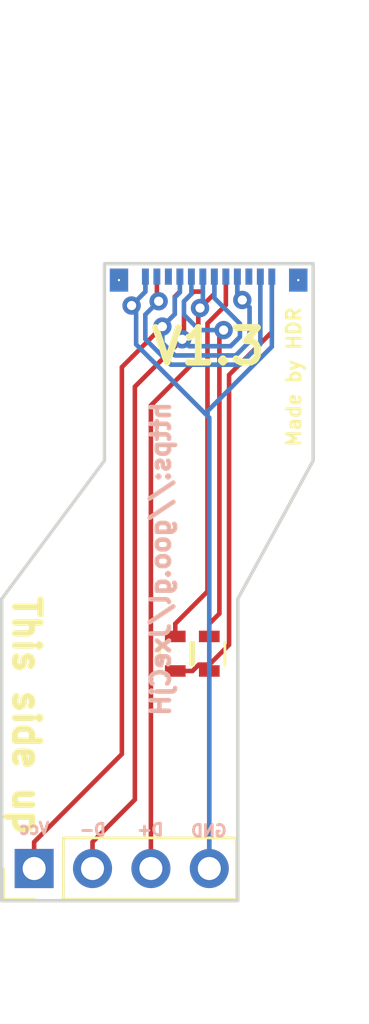
<source format=kicad_pcb>
(kicad_pcb (version 20171130) (host pcbnew "(5.0.0)")

  (general
    (thickness 1.6)
    (drawings 17)
    (tracks 103)
    (zones 0)
    (modules 4)
    (nets 8)
  )

  (page A4)
  (layers
    (0 F.Cu signal)
    (31 B.Cu signal)
    (32 B.Adhes user)
    (33 F.Adhes user)
    (34 B.Paste user)
    (35 F.Paste user)
    (36 B.SilkS user)
    (37 F.SilkS user)
    (38 B.Mask user)
    (39 F.Mask user)
    (40 Dwgs.User user)
    (41 Cmts.User user)
    (42 Eco1.User user)
    (43 Eco2.User user)
    (44 Edge.Cuts user)
    (45 Margin user)
    (46 B.CrtYd user)
    (47 F.CrtYd user)
    (48 B.Fab user)
    (49 F.Fab user)
  )

  (setup
    (last_trace_width 0.2)
    (trace_clearance 0.2)
    (zone_clearance 0.508)
    (zone_45_only no)
    (trace_min 0.2)
    (segment_width 0.01)
    (edge_width 0.15)
    (via_size 0.8)
    (via_drill 0.4)
    (via_min_size 0.4)
    (via_min_drill 0.3)
    (uvia_size 0.3)
    (uvia_drill 0.1)
    (uvias_allowed no)
    (uvia_min_size 0.2)
    (uvia_min_drill 0.1)
    (pcb_text_width 0.3)
    (pcb_text_size 1.5 1.5)
    (mod_edge_width 0.15)
    (mod_text_size 1 1)
    (mod_text_width 0.15)
    (pad_size 1.524 1.524)
    (pad_drill 0.762)
    (pad_to_mask_clearance 0.2)
    (aux_axis_origin 0 0)
    (visible_elements 7FFFFFFF)
    (pcbplotparams
      (layerselection 0x010fc_ffffffff)
      (usegerberextensions false)
      (usegerberattributes false)
      (usegerberadvancedattributes false)
      (creategerberjobfile false)
      (excludeedgelayer true)
      (linewidth 0.100000)
      (plotframeref false)
      (viasonmask false)
      (mode 1)
      (useauxorigin false)
      (hpglpennumber 1)
      (hpglpenspeed 20)
      (hpglpendiameter 15.000000)
      (psnegative false)
      (psa4output false)
      (plotreference true)
      (plotvalue true)
      (plotinvisibletext false)
      (padsonsilk false)
      (subtractmaskfromsilk false)
      (outputformat 1)
      (mirror false)
      (drillshape 0)
      (scaleselection 1)
      (outputdirectory "gerbers/"))
  )

  (net 0 "")
  (net 1 "Net-(J1-PadA1)")
  (net 2 "Net-(J1-PadA6)")
  (net 3 "Net-(J1-PadA7)")
  (net 4 "Net-(J1-PadA4)")
  (net 5 "Net-(J1-PadA5)")
  (net 6 "Net-(J1-PadB5)")
  (net 7 "Net-(J1-PadA11)")

  (net_class Default "This is the default net class."
    (clearance 0.2)
    (trace_width 0.2)
    (via_dia 0.8)
    (via_drill 0.4)
    (uvia_dia 0.3)
    (uvia_drill 0.1)
    (add_net "Net-(J1-PadA1)")
    (add_net "Net-(J1-PadA11)")
    (add_net "Net-(J1-PadA4)")
    (add_net "Net-(J1-PadA5)")
    (add_net "Net-(J1-PadA6)")
    (add_net "Net-(J1-PadA7)")
    (add_net "Net-(J1-PadB5)")
  )

  (module Custom:Pin_Header_Straight_1x04_Pitch2.54mm (layer F.Cu) (tedit 5C02FEA2) (tstamp 5BCEF489)
    (at 95.1484 124.06 90)
    (descr "Through hole straight pin header, 1x05, 2.54mm pitch, single row")
    (tags "Through hole pin header THT 1x05 2.54mm single row")
    (path /5BC91A58)
    (fp_text reference U2 (at 0 -2.33 90) (layer F.SilkS) hide
      (effects (font (size 1 1) (thickness 0.15)))
    )
    (fp_text value Conn_01x05_Male (at 0 12.49 90) (layer F.Fab)
      (effects (font (size 1 1) (thickness 0.15)))
    )
    (fp_line (start -0.635 -1.27) (end 1.27 -1.27) (layer F.Fab) (width 0.1))
    (fp_line (start 1.27 -1.27) (end 1.27 8.712232) (layer F.Fab) (width 0.1))
    (fp_line (start 1.27 8.7376) (end -1.27 8.7376) (layer F.Fab) (width 0.1))
    (fp_line (start -1.27 8.7122) (end -1.27 -0.635) (layer F.Fab) (width 0.1))
    (fp_line (start -1.27 -0.635) (end -0.635 -1.27) (layer F.Fab) (width 0.1))
    (fp_line (start -1.33 8.7976) (end 1.33 8.7976) (layer F.SilkS) (width 0.12))
    (fp_line (start -1.33 1.27) (end -1.33 8.788405) (layer F.SilkS) (width 0.12))
    (fp_line (start 1.33 1.27) (end 1.33 8.788405) (layer F.SilkS) (width 0.12))
    (fp_line (start -1.33 1.27) (end 1.33 1.27) (layer F.SilkS) (width 0.12))
    (fp_line (start -1.33 0) (end -1.33 -1.33) (layer F.SilkS) (width 0.12))
    (fp_line (start -1.33 -1.33) (end 0 -1.33) (layer F.SilkS) (width 0.12))
    (fp_line (start -1.8 11.95) (end 1.8 11.95) (layer F.CrtYd) (width 0.05))
    (fp_text user %R (at 0 5.08 180) (layer F.Fab)
      (effects (font (size 1 1) (thickness 0.15)))
    )
    (pad 1 thru_hole rect (at 0 0 90) (size 1.7 1.7) (drill 1) (layers *.Cu *.Mask)
      (net 4 "Net-(J1-PadA4)"))
    (pad 2 thru_hole oval (at 0 2.54 90) (size 1.7 1.7) (drill 1) (layers *.Cu *.Mask)
      (net 3 "Net-(J1-PadA7)"))
    (pad 3 thru_hole oval (at 0 5.08 90) (size 1.7 1.7) (drill 1) (layers *.Cu *.Mask)
      (net 2 "Net-(J1-PadA6)"))
    (pad 4 thru_hole oval (at 0 7.62 90) (size 1.7 1.7) (drill 1) (layers *.Cu *.Mask)
      (net 1 "Net-(J1-PadA1)"))
    (model ${KISYS3DMOD}/Pin_Headers.3dshapes/Pin_Header_Straight_1x05_Pitch2.54mm.wrl
      (at (xyz 0 0 0))
      (scale (xyz 1 1 1))
      (rotate (xyz 0 0 0))
    )
  )

  (module Custom:USB_C_AliExpress (layer F.Cu) (tedit 5BE0F6AB) (tstamp 5BCEF470)
    (at 102.74 93.3466 180)
    (descr "USB TYPE C, RA RCPT PCB, SMT, https://www.amphenolcanada.com/StockAvailabilityPrice.aspx?From=&PartNum=12401610E4%7e2A")
    (tags "USB C Type-C Receptacle SMD")
    (path /5BC9196A)
    (autoplace_cost90 2)
    (attr smd)
    (fp_text reference U1 (at 0 -6.36 180) (layer F.SilkS) hide
      (effects (font (size 1 1) (thickness 0.15)))
    )
    (fp_text value USB_C_Receptacle (at 0 6.14 180) (layer F.Fab)
      (effects (font (size 1 1) (thickness 0.15)))
    )
    (fp_line (start -3.9 5.83) (end 3.9 5.83) (layer F.Fab) (width 0.01))
    (fp_line (start 3.9 -4.65) (end 3.9 5.83) (layer F.Fab) (width 0.01))
    (fp_line (start -3.9 -4.65) (end -3.9 5.830001) (layer F.Fab) (width 0.01))
    (pad "" np_thru_hole rect (at 3.9 -5.17144 180) (size 0.8 1) (drill 0.1) (layers *.Cu *.Mask))
    (pad A10 smd rect (at 1.7507 -5.02 180) (size 0.3 0.7) (layers F.Cu F.Paste F.Mask))
    (pad A9 smd rect (at 1.2507 -5.02 180) (size 0.3 0.7) (layers F.Cu F.Paste F.Mask)
      (net 4 "Net-(J1-PadA4)"))
    (pad A11 smd rect (at 2.2507 -5.02 180) (size 0.3 0.7) (layers F.Cu F.Paste F.Mask)
      (net 7 "Net-(J1-PadA11)"))
    (pad A5 smd rect (at -0.7493 -5.02 180) (size 0.3 0.7) (layers F.Cu F.Paste F.Mask)
      (net 5 "Net-(J1-PadA5)"))
    (pad A3 smd rect (at -1.7493 -5.02 180) (size 0.3 0.7) (layers F.Cu F.Paste F.Mask))
    (pad B5 smd rect (at 0.7507 -5.02 180) (size 0.3 0.7) (layers B.Cu B.Paste B.Mask)
      (net 6 "Net-(J1-PadB5)"))
    (pad B6 smd rect (at 0.2507 -5.02 180) (size 0.3 0.7) (layers B.Cu B.Paste B.Mask)
      (net 2 "Net-(J1-PadA6)"))
    (pad A4 smd rect (at -1.2493 -5.02 180) (size 0.3 0.7) (layers F.Cu F.Paste F.Mask)
      (net 4 "Net-(J1-PadA4)"))
    (pad A2 smd rect (at -2.2493 -5.02 180) (size 0.3 0.7) (layers F.Cu F.Paste F.Mask))
    (pad A6 smd rect (at -0.2493 -5.02 180) (size 0.3 0.7) (layers F.Cu F.Paste F.Mask)
      (net 2 "Net-(J1-PadA6)"))
    (pad A1 smd rect (at -2.7493 -5.02 180) (size 0.3 0.7) (layers F.Cu F.Paste F.Mask)
      (net 1 "Net-(J1-PadA1)"))
    (pad A12 smd rect (at 2.7507 -5.02 180) (size 0.3 0.7) (layers F.Cu F.Paste F.Mask)
      (net 1 "Net-(J1-PadA1)"))
    (pad B12 smd rect (at -2.7493 -5.02 180) (size 0.3 0.7) (layers B.Cu B.Paste B.Mask)
      (net 1 "Net-(J1-PadA1)"))
    (pad A11 smd rect (at -2.2493 -5.02 180) (size 0.3 0.7) (layers B.Cu B.Paste B.Mask)
      (net 7 "Net-(J1-PadA11)"))
    (pad B10 smd rect (at -1.7493 -5.02 180) (size 0.3 0.7) (layers B.Cu B.Paste B.Mask))
    (pad B9 smd rect (at -1.2493 -5.02 180) (size 0.3 0.7) (layers B.Cu B.Paste B.Mask)
      (net 4 "Net-(J1-PadA4)"))
    (pad B8 smd rect (at -0.7493 -5.02 180) (size 0.3 0.7) (layers B.Cu B.Paste B.Mask))
    (pad B7 smd rect (at -0.2493 -5.02 180) (size 0.3 0.7) (layers B.Cu B.Paste B.Mask)
      (net 3 "Net-(J1-PadA7)"))
    (pad A7 smd rect (at 0.2507 -5.02 180) (size 0.3 0.7) (layers F.Cu F.Paste F.Mask)
      (net 3 "Net-(J1-PadA7)"))
    (pad B1 smd rect (at 2.7507 -5.02 180) (size 0.3 0.7) (layers B.Cu B.Paste B.Mask)
      (net 1 "Net-(J1-PadA1)"))
    (pad B3 smd rect (at 1.7507 -5.02 180) (size 0.3 0.7) (layers B.Cu B.Paste B.Mask))
    (pad B4 smd rect (at 1.2507 -5.02 180) (size 0.3 0.7) (layers B.Cu B.Paste B.Mask)
      (net 4 "Net-(J1-PadA4)"))
    (pad A8 smd rect (at 0.7507 -5.02 180) (size 0.3 0.7) (layers F.Cu F.Paste F.Mask))
    (pad B2 smd rect (at 2.2507 -5.02 180) (size 0.3 0.7) (layers B.Cu B.Paste B.Mask))
    (pad "" np_thru_hole rect (at -3.8989 -5.17144 180) (size 0.8 1) (drill 0.1) (layers *.Cu *.Mask))
    (model ${KISYS3DMOD}/Connectors_USB.3dshapes/USB_C_Receptacle_Amphenol_12401610E4-2A.wrl
      (at (xyz 0 0 0))
      (scale (xyz 1 1 1))
      (rotate (xyz 0 0 0))
    )
  )

  (module Resistors_SMD:R_0603 (layer F.Cu) (tedit 5BE0F6D3) (tstamp 5BCEF49A)
    (at 101.288 114.735 90)
    (descr "Resistor SMD 0603, reflow soldering, Vishay (see dcrcw.pdf)")
    (tags "resistor 0603")
    (path /5BCEF1B3)
    (attr smd)
    (fp_text reference R2 (at 0 -1.45 90) (layer F.SilkS) hide
      (effects (font (size 1 1) (thickness 0.15)))
    )
    (fp_text value 5.1K (at 0 1.5 90) (layer F.Fab)
      (effects (font (size 1 1) (thickness 0.15)))
    )
    (fp_line (start 1.25 0.7) (end -1.25 0.7) (layer F.CrtYd) (width 0.05))
    (fp_line (start 1.25 0.7) (end 1.25 -0.7) (layer F.CrtYd) (width 0.05))
    (fp_line (start -1.25 -0.7) (end -1.25 0.7) (layer F.CrtYd) (width 0.05))
    (fp_line (start -1.25 -0.7) (end 1.25 -0.7) (layer F.CrtYd) (width 0.05))
    (fp_line (start -0.5 -0.68) (end 0.5 -0.68) (layer F.SilkS) (width 0.12))
    (fp_line (start 0.5 0.68) (end -0.5 0.68) (layer F.SilkS) (width 0.12))
    (fp_line (start -0.8 -0.4) (end 0.8 -0.4) (layer F.Fab) (width 0.1))
    (fp_line (start 0.8 -0.4) (end 0.8 0.4) (layer F.Fab) (width 0.1))
    (fp_line (start 0.8 0.4) (end -0.8 0.4) (layer F.Fab) (width 0.1))
    (fp_line (start -0.8 0.4) (end -0.8 -0.4) (layer F.Fab) (width 0.1))
    (fp_text user %R (at 0 0 90) (layer F.Fab)
      (effects (font (size 0.4 0.4) (thickness 0.075)))
    )
    (pad 2 smd rect (at 0.75 0 90) (size 0.5 0.9) (layers F.Cu F.Paste F.Mask)
      (net 5 "Net-(J1-PadA5)"))
    (pad 1 smd rect (at -0.75 0 90) (size 0.5 0.9) (layers F.Cu F.Paste F.Mask)
      (net 1 "Net-(J1-PadA1)"))
    (model ${KISYS3DMOD}/Resistors_SMD.3dshapes/R_0603.wrl
      (at (xyz 0 0 0))
      (scale (xyz 1 1 1))
      (rotate (xyz 0 0 0))
    )
  )

  (module Resistors_SMD:R_0603 (layer F.Cu) (tedit 5BE0F6CC) (tstamp 5BCEF4AB)
    (at 102.768 114.735 90)
    (descr "Resistor SMD 0603, reflow soldering, Vishay (see dcrcw.pdf)")
    (tags "resistor 0603")
    (path /5BCEF288)
    (attr smd)
    (fp_text reference R1 (at -0.00442 1.3212 90) (layer F.SilkS) hide
      (effects (font (size 1 1) (thickness 0.15)))
    )
    (fp_text value 5.1K (at 0 1.5 90) (layer F.Fab)
      (effects (font (size 1 1) (thickness 0.15)))
    )
    (fp_text user %R (at 0 0 90) (layer F.Fab)
      (effects (font (size 0.4 0.4) (thickness 0.075)))
    )
    (fp_line (start -0.8 0.4) (end -0.8 -0.4) (layer F.Fab) (width 0.1))
    (fp_line (start 0.8 0.4) (end -0.8 0.4) (layer F.Fab) (width 0.1))
    (fp_line (start 0.8 -0.4) (end 0.8 0.4) (layer F.Fab) (width 0.1))
    (fp_line (start -0.8 -0.4) (end 0.8 -0.4) (layer F.Fab) (width 0.1))
    (fp_line (start 0.5 0.68) (end -0.5 0.68) (layer F.SilkS) (width 0.12))
    (fp_line (start -0.5 -0.68) (end 0.5 -0.68) (layer F.SilkS) (width 0.12))
    (fp_line (start -1.25 -0.7) (end 1.25 -0.7) (layer F.CrtYd) (width 0.05))
    (fp_line (start -1.25 -0.7) (end -1.25 0.7) (layer F.CrtYd) (width 0.05))
    (fp_line (start 1.25 0.7) (end 1.25 -0.7) (layer F.CrtYd) (width 0.05))
    (fp_line (start 1.25 0.7) (end -1.25 0.7) (layer F.CrtYd) (width 0.05))
    (pad 1 smd rect (at -0.75 0 90) (size 0.5 0.9) (layers F.Cu F.Paste F.Mask)
      (net 1 "Net-(J1-PadA1)"))
    (pad 2 smd rect (at 0.75 0 90) (size 0.5 0.9) (layers F.Cu F.Paste F.Mask)
      (net 6 "Net-(J1-PadB5)"))
    (model ${KISYS3DMOD}/Resistors_SMD.3dshapes/R_0603.wrl
      (at (xyz 0 0 0))
      (scale (xyz 1 1 1))
      (rotate (xyz 0 0 0))
    )
  )

  (gr_line (start 98.20642 106.35436) (end 93.7387 112.35436) (layer Edge.Cuts) (width 0.15))
  (gr_line (start 104.008336 112.35436) (end 107.28692 106.35436) (layer Edge.Cuts) (width 0.15))
  (gr_line (start 104.008336 125.45568) (end 104.008336 112.35436) (layer Edge.Cuts) (width 0.15))
  (gr_line (start 93.7387 125.45568) (end 93.7387 112.35436) (layer Edge.Cuts) (width 0.15))
  (gr_line (start 103.9 87.25) (end 103.89 87.24) (layer F.SilkS) (width 0.01))
  (gr_text https://goo.gl/JxeCjH (at 100.65512 110.62208 90) (layer B.SilkS)
    (effects (font (size 0.8 0.8) (thickness 0.2)) (justify mirror))
  )
  (gr_text GND (at 102.75 122.425) (layer B.SilkS)
    (effects (font (size 0.5 0.5) (thickness 0.125)) (justify mirror))
  )
  (gr_text D+ (at 100.2 122.375) (layer B.SilkS)
    (effects (font (size 0.5 0.5) (thickness 0.125)) (justify mirror))
  )
  (gr_text D- (at 97.7 122.375) (layer B.SilkS)
    (effects (font (size 0.5 0.5) (thickness 0.125)) (justify mirror))
  )
  (gr_text Vcc (at 95.15 122.325) (layer B.SilkS)
    (effects (font (size 0.5 0.5) (thickness 0.125)) (justify mirror))
  )
  (gr_text "Made by HDR" (at 106.44632 102.7176 90) (layer F.SilkS)
    (effects (font (size 0.6 0.6) (thickness 0.125)))
  )
  (gr_text V1.3 (at 102.7176 101.3968) (layer F.SilkS)
    (effects (font (size 1.5 1.5) (thickness 0.3)))
  )
  (gr_text "This side up" (at 94.8182 117.41404 270) (layer F.SilkS)
    (effects (font (size 1.1 1.1) (thickness 0.275)))
  )
  (gr_line (start 104.008336 125.4567) (end 93.7387 125.4567) (layer Edge.Cuts) (width 0.15))
  (gr_line (start 98.20642 97.8035) (end 98.20642 106.35436) (layer Edge.Cuts) (width 0.15))
  (gr_line (start 107.28692 97.8035) (end 98.20642 97.8035) (layer Edge.Cuts) (width 0.15))
  (gr_line (start 107.28692 97.805235) (end 107.28692 106.35436) (layer Edge.Cuts) (width 0.15))

  (segment (start 99.9893 98.3666) (end 99.9893 99.0169) (width 0.2) (layer B.Cu) (net 1))
  (segment (start 99.5854 99.6213) (end 99.5854 99.4208) (width 0.2) (layer B.Cu) (net 1))
  (segment (start 99.5854 99.4208) (end 99.9893 99.0169) (width 0.2) (layer B.Cu) (net 1))
  (segment (start 102.587 104.3104) (end 99.5854 101.3089) (width 0.2) (layer B.Cu) (net 1))
  (segment (start 99.5854 101.3089) (end 99.5854 99.6213) (width 0.2) (layer B.Cu) (net 1))
  (segment (start 99.5854 99.6213) (end 99.3884 99.6213) (width 0.2) (layer B.Cu) (net 1))
  (segment (start 99.3884 99.6213) (end 99.9893 99.0204) (width 0.2) (layer F.Cu) (net 1))
  (segment (start 99.9893 99.0204) (end 99.9893 98.3666) (width 0.2) (layer F.Cu) (net 1))
  (segment (start 102.7684 122.9097) (end 102.7684 104.492) (width 0.2) (layer B.Cu) (net 1))
  (segment (start 102.7684 104.492) (end 102.6777 104.4013) (width 0.2) (layer B.Cu) (net 1))
  (segment (start 102.6777 104.4013) (end 102.6777 104.4012) (width 0.2) (layer B.Cu) (net 1))
  (segment (start 102.6777 104.4012) (end 102.587 104.3104) (width 0.2) (layer B.Cu) (net 1))
  (segment (start 102.587 104.3104) (end 105.4893 101.4081) (width 0.2) (layer B.Cu) (net 1))
  (segment (start 105.4893 101.4081) (end 105.4893 98.3666) (width 0.2) (layer B.Cu) (net 1))
  (segment (start 102.7684 124.06) (end 102.7684 122.9097) (width 0.2) (layer B.Cu) (net 1))
  (segment (start 102.768 115.2098) (end 103.6288 114.349) (width 0.2) (layer F.Cu) (net 1))
  (segment (start 103.6288 114.349) (end 103.6288 102.6336) (width 0.2) (layer F.Cu) (net 1))
  (segment (start 103.6288 102.6336) (end 105.4893 100.7731) (width 0.2) (layer F.Cu) (net 1))
  (segment (start 105.4893 100.7731) (end 105.4893 98.3666) (width 0.2) (layer F.Cu) (net 1))
  (segment (start 102.768 115.2098) (end 102.3135 115.2098) (width 0.2) (layer F.Cu) (net 1))
  (segment (start 102.3135 115.2098) (end 102.0383 115.485) (width 0.2) (layer F.Cu) (net 1))
  (segment (start 101.288 115.485) (end 102.0383 115.485) (width 0.2) (layer F.Cu) (net 1))
  (segment (start 102.768 115.485) (end 102.768 115.2098) (width 0.2) (layer F.Cu) (net 1))
  (segment (start 102.768 115.485) (end 102.768 122.9093) (width 0.2) (layer F.Cu) (net 1))
  (segment (start 102.768 122.9093) (end 102.7684 122.9097) (width 0.2) (layer F.Cu) (net 1))
  (segment (start 102.7684 124.06) (end 102.7684 122.9097) (width 0.2) (layer F.Cu) (net 1))
  (via (at 99.3884 99.6213) (size 0.8) (layers F.Cu B.Cu) (net 1))
  (segment (start 102.3662 99.7304) (end 102.2897 99.8069) (width 0.2) (layer F.Cu) (net 2))
  (segment (start 102.2897 99.8069) (end 102.2897 101.8951) (width 0.2) (layer F.Cu) (net 2))
  (segment (start 102.2897 101.8951) (end 100.2284 103.9564) (width 0.2) (layer F.Cu) (net 2))
  (segment (start 100.2284 103.9564) (end 100.2284 124.06) (width 0.2) (layer F.Cu) (net 2))
  (segment (start 102.9893 98.3666) (end 102.9893 99.1073) (width 0.2) (layer F.Cu) (net 2))
  (segment (start 102.9893 99.1073) (end 102.3662 99.7304) (width 0.2) (layer F.Cu) (net 2))
  (segment (start 102.4893 98.3666) (end 102.4893 99.6073) (width 0.2) (layer B.Cu) (net 2))
  (segment (start 102.4893 99.6073) (end 102.3662 99.7304) (width 0.2) (layer B.Cu) (net 2))
  (via (at 102.3662 99.7304) (size 0.8) (layers F.Cu B.Cu) (net 2))
  (segment (start 101.5893 101.0874) (end 99.5311 103.1456) (width 0.2) (layer F.Cu) (net 3))
  (segment (start 99.5311 103.1456) (end 99.5311 121.067) (width 0.2) (layer F.Cu) (net 3))
  (segment (start 99.5311 121.067) (end 97.6884 122.9097) (width 0.2) (layer F.Cu) (net 3))
  (segment (start 102.4893 99.0169) (end 102.0894 99.0169) (width 0.2) (layer F.Cu) (net 3))
  (segment (start 102.0894 99.0169) (end 101.6659 99.4404) (width 0.2) (layer F.Cu) (net 3))
  (segment (start 101.6659 99.4404) (end 101.6659 101.0108) (width 0.2) (layer F.Cu) (net 3))
  (segment (start 101.6659 101.0108) (end 101.5893 101.0874) (width 0.2) (layer F.Cu) (net 3))
  (segment (start 102.9893 99.0169) (end 102.9893 99.2957) (width 0.2) (layer B.Cu) (net 3))
  (segment (start 102.9893 99.2957) (end 104.1013 100.4077) (width 0.2) (layer B.Cu) (net 3))
  (segment (start 104.1013 100.4077) (end 104.1013 100.9808) (width 0.2) (layer B.Cu) (net 3))
  (segment (start 104.1013 100.9808) (end 103.6946 101.3875) (width 0.2) (layer B.Cu) (net 3))
  (segment (start 103.6946 101.3875) (end 101.8894 101.3875) (width 0.2) (layer B.Cu) (net 3))
  (segment (start 101.8894 101.3875) (end 101.5893 101.0874) (width 0.2) (layer B.Cu) (net 3))
  (segment (start 102.9893 98.3666) (end 102.9893 99.0169) (width 0.2) (layer B.Cu) (net 3))
  (segment (start 102.4893 98.3666) (end 102.4893 99.0169) (width 0.2) (layer F.Cu) (net 3))
  (segment (start 97.6884 124.06) (end 97.6884 122.9097) (width 0.2) (layer F.Cu) (net 3))
  (via (at 101.5893 101.0874) (size 0.8) (layers F.Cu B.Cu) (net 3))
  (segment (start 103.9893 98.3666) (end 103.9893 99.165) (width 0.2) (layer F.Cu) (net 4))
  (segment (start 103.9893 99.165) (end 104.2045 99.3802) (width 0.2) (layer F.Cu) (net 4))
  (segment (start 104.2045 99.3802) (end 103.9893 99.165) (width 0.2) (layer B.Cu) (net 4))
  (segment (start 103.9893 99.165) (end 103.9893 98.3666) (width 0.2) (layer B.Cu) (net 4))
  (segment (start 100.726 100.536) (end 100.726 101.2388) (width 0.2) (layer B.Cu) (net 4))
  (segment (start 100.726 101.2388) (end 101.275 101.7878) (width 0.2) (layer B.Cu) (net 4))
  (segment (start 101.275 101.7878) (end 103.9189 101.7878) (width 0.2) (layer B.Cu) (net 4))
  (segment (start 103.9189 101.7878) (end 104.5201 101.1866) (width 0.2) (layer B.Cu) (net 4))
  (segment (start 104.5201 101.1866) (end 104.5201 99.6958) (width 0.2) (layer B.Cu) (net 4))
  (segment (start 104.5201 99.6958) (end 104.2045 99.3802) (width 0.2) (layer B.Cu) (net 4))
  (segment (start 101.4893 98.3666) (end 101.4893 99.0509) (width 0.2) (layer B.Cu) (net 4))
  (segment (start 101.4893 99.0509) (end 101.2656 99.2746) (width 0.2) (layer B.Cu) (net 4))
  (segment (start 101.2656 99.2746) (end 101.2656 99.9964) (width 0.2) (layer B.Cu) (net 4))
  (segment (start 101.2656 99.9964) (end 100.726 100.536) (width 0.2) (layer B.Cu) (net 4))
  (segment (start 101.4893 99.0169) (end 101.2656 99.2406) (width 0.2) (layer F.Cu) (net 4))
  (segment (start 101.2656 99.2406) (end 101.2656 99.9964) (width 0.2) (layer F.Cu) (net 4))
  (segment (start 101.2656 99.9964) (end 100.726 100.536) (width 0.2) (layer F.Cu) (net 4))
  (segment (start 100.726 100.536) (end 98.9654 102.2966) (width 0.2) (layer F.Cu) (net 4))
  (segment (start 98.9654 102.2966) (end 98.9654 119.0927) (width 0.2) (layer F.Cu) (net 4))
  (segment (start 98.9654 119.0927) (end 95.1484 122.9097) (width 0.2) (layer F.Cu) (net 4))
  (segment (start 101.4893 98.3666) (end 101.4893 99.0169) (width 0.2) (layer F.Cu) (net 4))
  (segment (start 95.1484 124.06) (end 95.1484 122.9097) (width 0.2) (layer F.Cu) (net 4))
  (via (at 104.2045 99.3802) (size 0.8) (layers F.Cu B.Cu) (net 4))
  (via (at 100.726 100.536) (size 0.8) (layers F.Cu B.Cu) (net 4))
  (segment (start 103.4893 98.3666) (end 103.4893 99.5978) (width 0.2) (layer F.Cu) (net 5))
  (segment (start 103.4893 99.5978) (end 102.69 100.3971) (width 0.2) (layer F.Cu) (net 5))
  (segment (start 102.69 100.3971) (end 102.69 112.0327) (width 0.2) (layer F.Cu) (net 5))
  (segment (start 102.69 112.0327) (end 101.288 113.4347) (width 0.2) (layer F.Cu) (net 5))
  (segment (start 101.288 113.985) (end 101.288 113.4347) (width 0.2) (layer F.Cu) (net 5))
  (segment (start 102.768 113.4347) (end 103.2075 112.9952) (width 0.2) (layer F.Cu) (net 6))
  (segment (start 103.2075 112.9952) (end 103.2075 100.8699) (width 0.2) (layer F.Cu) (net 6))
  (segment (start 103.2075 100.8699) (end 103.3903 100.6871) (width 0.2) (layer F.Cu) (net 6))
  (segment (start 101.9893 99.0169) (end 101.9893 99.117) (width 0.2) (layer B.Cu) (net 6))
  (segment (start 101.9893 99.117) (end 101.6659 99.4404) (width 0.2) (layer B.Cu) (net 6))
  (segment (start 101.6659 99.4404) (end 101.6659 100.0204) (width 0.2) (layer B.Cu) (net 6))
  (segment (start 101.6659 100.0204) (end 102.3326 100.6871) (width 0.2) (layer B.Cu) (net 6))
  (segment (start 102.3326 100.6871) (end 103.3903 100.6871) (width 0.2) (layer B.Cu) (net 6))
  (segment (start 101.9893 98.3666) (end 101.9893 99.0169) (width 0.2) (layer B.Cu) (net 6))
  (segment (start 102.768 113.985) (end 102.768 113.4347) (width 0.2) (layer F.Cu) (net 6))
  (via (at 103.3903 100.6871) (size 0.8) (layers F.Cu B.Cu) (net 6))
  (segment (start 100.5652 99.435) (end 99.9858 100.0144) (width 0.2) (layer B.Cu) (net 7))
  (segment (start 99.9858 100.0144) (end 99.9858 101.0789) (width 0.2) (layer B.Cu) (net 7))
  (segment (start 99.9858 101.0789) (end 101.0951 102.1882) (width 0.2) (layer B.Cu) (net 7))
  (segment (start 101.0951 102.1882) (end 104.096 102.1882) (width 0.2) (layer B.Cu) (net 7))
  (segment (start 104.096 102.1882) (end 104.9893 101.2949) (width 0.2) (layer B.Cu) (net 7))
  (segment (start 104.9893 101.2949) (end 104.9893 99.0169) (width 0.2) (layer B.Cu) (net 7))
  (segment (start 100.4893 98.3666) (end 100.4893 99.3591) (width 0.2) (layer F.Cu) (net 7))
  (segment (start 100.4893 99.3591) (end 100.5652 99.435) (width 0.2) (layer F.Cu) (net 7))
  (segment (start 104.9893 98.3666) (end 104.9893 99.0169) (width 0.2) (layer B.Cu) (net 7))
  (via (at 100.5652 99.435) (size 0.8) (layers F.Cu B.Cu) (net 7))

)

</source>
